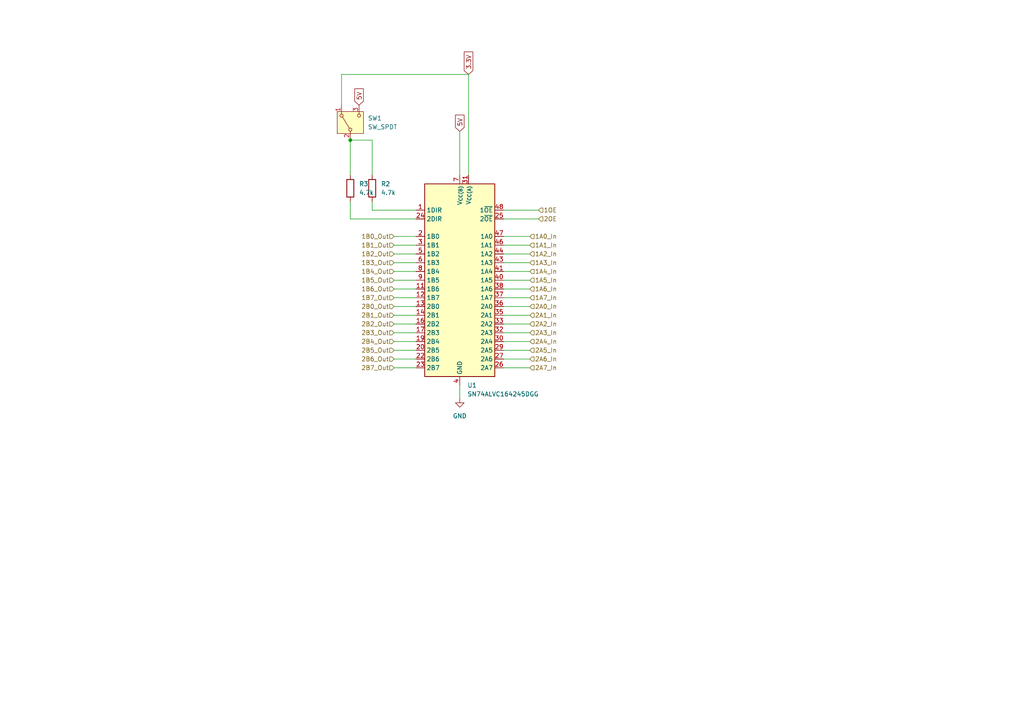
<source format=kicad_sch>
(kicad_sch
	(version 20231120)
	(generator "eeschema")
	(generator_version "8.0")
	(uuid "2a093334-e698-48d7-8435-6cd47fed7a8d")
	(paper "A4")
	(lib_symbols
		(symbol "74xx:SN74ALVC164245DGG"
			(exclude_from_sim no)
			(in_bom yes)
			(on_board yes)
			(property "Reference" "U"
				(at -10.16 29.21 0)
				(effects
					(font
						(size 1.27 1.27)
					)
					(justify left)
				)
			)
			(property "Value" "SN74ALVC164245DGG"
				(at 1.27 -29.21 0)
				(effects
					(font
						(size 1.27 1.27)
					)
					(justify left)
				)
			)
			(property "Footprint" "Package_SO:TSSOP-48_6.1x12.5mm_P0.5mm"
				(at 0 -1.27 0)
				(effects
					(font
						(size 1.27 1.27)
						(italic yes)
					)
					(hide yes)
				)
			)
			(property "Datasheet" "https://www.ti.com/lit/ds/symlink/sn74alvc164245.pdf"
				(at 0 -3.81 0)
				(effects
					(font
						(size 1.27 1.27)
					)
					(hide yes)
				)
			)
			(property "Description" "16-Bit 2.5V to 3.3V or 3.3V to 5V Level-Shifting Transceiver With 3-State Outputs, TSSOP-48"
				(at 0 0 0)
				(effects
					(font
						(size 1.27 1.27)
					)
					(hide yes)
				)
			)
			(property "ki_keywords" "transceiver"
				(at 0 0 0)
				(effects
					(font
						(size 1.27 1.27)
					)
					(hide yes)
				)
			)
			(property "ki_fp_filters" "TSSOP*6.1x12.5mm*P0.5mm*"
				(at 0 0 0)
				(effects
					(font
						(size 1.27 1.27)
					)
					(hide yes)
				)
			)
			(symbol "SN74ALVC164245DGG_0_1"
				(rectangle
					(start -10.16 27.94)
					(end 10.16 -27.94)
					(stroke
						(width 0.254)
						(type default)
					)
					(fill
						(type background)
					)
				)
			)
			(symbol "SN74ALVC164245DGG_1_1"
				(pin input line
					(at -12.7 20.32 0)
					(length 2.54)
					(name "1DIR"
						(effects
							(font
								(size 1.27 1.27)
							)
						)
					)
					(number "1"
						(effects
							(font
								(size 1.27 1.27)
							)
						)
					)
				)
				(pin passive line
					(at 0 -30.48 90)
					(length 2.54) hide
					(name "GND"
						(effects
							(font
								(size 1.27 1.27)
							)
						)
					)
					(number "10"
						(effects
							(font
								(size 1.27 1.27)
							)
						)
					)
				)
				(pin bidirectional line
					(at -12.7 -2.54 0)
					(length 2.54)
					(name "1B6"
						(effects
							(font
								(size 1.27 1.27)
							)
						)
					)
					(number "11"
						(effects
							(font
								(size 1.27 1.27)
							)
						)
					)
				)
				(pin bidirectional line
					(at -12.7 -5.08 0)
					(length 2.54)
					(name "1B7"
						(effects
							(font
								(size 1.27 1.27)
							)
						)
					)
					(number "12"
						(effects
							(font
								(size 1.27 1.27)
							)
						)
					)
				)
				(pin bidirectional line
					(at -12.7 -7.62 0)
					(length 2.54)
					(name "2B0"
						(effects
							(font
								(size 1.27 1.27)
							)
						)
					)
					(number "13"
						(effects
							(font
								(size 1.27 1.27)
							)
						)
					)
				)
				(pin bidirectional line
					(at -12.7 -10.16 0)
					(length 2.54)
					(name "2B1"
						(effects
							(font
								(size 1.27 1.27)
							)
						)
					)
					(number "14"
						(effects
							(font
								(size 1.27 1.27)
							)
						)
					)
				)
				(pin passive line
					(at 0 -30.48 90)
					(length 2.54) hide
					(name "GND"
						(effects
							(font
								(size 1.27 1.27)
							)
						)
					)
					(number "15"
						(effects
							(font
								(size 1.27 1.27)
							)
						)
					)
				)
				(pin bidirectional line
					(at -12.7 -12.7 0)
					(length 2.54)
					(name "2B2"
						(effects
							(font
								(size 1.27 1.27)
							)
						)
					)
					(number "16"
						(effects
							(font
								(size 1.27 1.27)
							)
						)
					)
				)
				(pin bidirectional line
					(at -12.7 -15.24 0)
					(length 2.54)
					(name "2B3"
						(effects
							(font
								(size 1.27 1.27)
							)
						)
					)
					(number "17"
						(effects
							(font
								(size 1.27 1.27)
							)
						)
					)
				)
				(pin passive line
					(at 0 30.48 270)
					(length 2.54) hide
					(name "V_{CC(B)}"
						(effects
							(font
								(size 1.27 1.27)
							)
						)
					)
					(number "18"
						(effects
							(font
								(size 1.27 1.27)
							)
						)
					)
				)
				(pin bidirectional line
					(at -12.7 -17.78 0)
					(length 2.54)
					(name "2B4"
						(effects
							(font
								(size 1.27 1.27)
							)
						)
					)
					(number "19"
						(effects
							(font
								(size 1.27 1.27)
							)
						)
					)
				)
				(pin bidirectional line
					(at -12.7 12.7 0)
					(length 2.54)
					(name "1B0"
						(effects
							(font
								(size 1.27 1.27)
							)
						)
					)
					(number "2"
						(effects
							(font
								(size 1.27 1.27)
							)
						)
					)
				)
				(pin bidirectional line
					(at -12.7 -20.32 0)
					(length 2.54)
					(name "2B5"
						(effects
							(font
								(size 1.27 1.27)
							)
						)
					)
					(number "20"
						(effects
							(font
								(size 1.27 1.27)
							)
						)
					)
				)
				(pin passive line
					(at 0 -30.48 90)
					(length 2.54) hide
					(name "GND"
						(effects
							(font
								(size 1.27 1.27)
							)
						)
					)
					(number "21"
						(effects
							(font
								(size 1.27 1.27)
							)
						)
					)
				)
				(pin bidirectional line
					(at -12.7 -22.86 0)
					(length 2.54)
					(name "2B6"
						(effects
							(font
								(size 1.27 1.27)
							)
						)
					)
					(number "22"
						(effects
							(font
								(size 1.27 1.27)
							)
						)
					)
				)
				(pin bidirectional line
					(at -12.7 -25.4 0)
					(length 2.54)
					(name "2B7"
						(effects
							(font
								(size 1.27 1.27)
							)
						)
					)
					(number "23"
						(effects
							(font
								(size 1.27 1.27)
							)
						)
					)
				)
				(pin input line
					(at -12.7 17.78 0)
					(length 2.54)
					(name "2DIR"
						(effects
							(font
								(size 1.27 1.27)
							)
						)
					)
					(number "24"
						(effects
							(font
								(size 1.27 1.27)
							)
						)
					)
				)
				(pin input line
					(at 12.7 17.78 180)
					(length 2.54)
					(name "2~{OE}"
						(effects
							(font
								(size 1.27 1.27)
							)
						)
					)
					(number "25"
						(effects
							(font
								(size 1.27 1.27)
							)
						)
					)
				)
				(pin bidirectional line
					(at 12.7 -25.4 180)
					(length 2.54)
					(name "2A7"
						(effects
							(font
								(size 1.27 1.27)
							)
						)
					)
					(number "26"
						(effects
							(font
								(size 1.27 1.27)
							)
						)
					)
				)
				(pin bidirectional line
					(at 12.7 -22.86 180)
					(length 2.54)
					(name "2A6"
						(effects
							(font
								(size 1.27 1.27)
							)
						)
					)
					(number "27"
						(effects
							(font
								(size 1.27 1.27)
							)
						)
					)
				)
				(pin passive line
					(at 0 -30.48 90)
					(length 2.54) hide
					(name "GND"
						(effects
							(font
								(size 1.27 1.27)
							)
						)
					)
					(number "28"
						(effects
							(font
								(size 1.27 1.27)
							)
						)
					)
				)
				(pin bidirectional line
					(at 12.7 -20.32 180)
					(length 2.54)
					(name "2A5"
						(effects
							(font
								(size 1.27 1.27)
							)
						)
					)
					(number "29"
						(effects
							(font
								(size 1.27 1.27)
							)
						)
					)
				)
				(pin bidirectional line
					(at -12.7 10.16 0)
					(length 2.54)
					(name "1B1"
						(effects
							(font
								(size 1.27 1.27)
							)
						)
					)
					(number "3"
						(effects
							(font
								(size 1.27 1.27)
							)
						)
					)
				)
				(pin bidirectional line
					(at 12.7 -17.78 180)
					(length 2.54)
					(name "2A4"
						(effects
							(font
								(size 1.27 1.27)
							)
						)
					)
					(number "30"
						(effects
							(font
								(size 1.27 1.27)
							)
						)
					)
				)
				(pin power_in line
					(at 2.54 30.48 270)
					(length 2.54)
					(name "V_{CC(A)}"
						(effects
							(font
								(size 1.27 1.27)
							)
						)
					)
					(number "31"
						(effects
							(font
								(size 1.27 1.27)
							)
						)
					)
				)
				(pin bidirectional line
					(at 12.7 -15.24 180)
					(length 2.54)
					(name "2A3"
						(effects
							(font
								(size 1.27 1.27)
							)
						)
					)
					(number "32"
						(effects
							(font
								(size 1.27 1.27)
							)
						)
					)
				)
				(pin bidirectional line
					(at 12.7 -12.7 180)
					(length 2.54)
					(name "2A2"
						(effects
							(font
								(size 1.27 1.27)
							)
						)
					)
					(number "33"
						(effects
							(font
								(size 1.27 1.27)
							)
						)
					)
				)
				(pin passive line
					(at 0 -30.48 90)
					(length 2.54) hide
					(name "GND"
						(effects
							(font
								(size 1.27 1.27)
							)
						)
					)
					(number "34"
						(effects
							(font
								(size 1.27 1.27)
							)
						)
					)
				)
				(pin bidirectional line
					(at 12.7 -10.16 180)
					(length 2.54)
					(name "2A1"
						(effects
							(font
								(size 1.27 1.27)
							)
						)
					)
					(number "35"
						(effects
							(font
								(size 1.27 1.27)
							)
						)
					)
				)
				(pin bidirectional line
					(at 12.7 -7.62 180)
					(length 2.54)
					(name "2A0"
						(effects
							(font
								(size 1.27 1.27)
							)
						)
					)
					(number "36"
						(effects
							(font
								(size 1.27 1.27)
							)
						)
					)
				)
				(pin bidirectional line
					(at 12.7 -5.08 180)
					(length 2.54)
					(name "1A7"
						(effects
							(font
								(size 1.27 1.27)
							)
						)
					)
					(number "37"
						(effects
							(font
								(size 1.27 1.27)
							)
						)
					)
				)
				(pin bidirectional line
					(at 12.7 -2.54 180)
					(length 2.54)
					(name "1A6"
						(effects
							(font
								(size 1.27 1.27)
							)
						)
					)
					(number "38"
						(effects
							(font
								(size 1.27 1.27)
							)
						)
					)
				)
				(pin passive line
					(at 0 -30.48 90)
					(length 2.54) hide
					(name "GND"
						(effects
							(font
								(size 1.27 1.27)
							)
						)
					)
					(number "39"
						(effects
							(font
								(size 1.27 1.27)
							)
						)
					)
				)
				(pin power_in line
					(at 0 -30.48 90)
					(length 2.54)
					(name "GND"
						(effects
							(font
								(size 1.27 1.27)
							)
						)
					)
					(number "4"
						(effects
							(font
								(size 1.27 1.27)
							)
						)
					)
				)
				(pin bidirectional line
					(at 12.7 0 180)
					(length 2.54)
					(name "1A5"
						(effects
							(font
								(size 1.27 1.27)
							)
						)
					)
					(number "40"
						(effects
							(font
								(size 1.27 1.27)
							)
						)
					)
				)
				(pin bidirectional line
					(at 12.7 2.54 180)
					(length 2.54)
					(name "1A4"
						(effects
							(font
								(size 1.27 1.27)
							)
						)
					)
					(number "41"
						(effects
							(font
								(size 1.27 1.27)
							)
						)
					)
				)
				(pin passive line
					(at 2.54 30.48 270)
					(length 2.54) hide
					(name "V_{CC(A)}"
						(effects
							(font
								(size 1.27 1.27)
							)
						)
					)
					(number "42"
						(effects
							(font
								(size 1.27 1.27)
							)
						)
					)
				)
				(pin bidirectional line
					(at 12.7 5.08 180)
					(length 2.54)
					(name "1A3"
						(effects
							(font
								(size 1.27 1.27)
							)
						)
					)
					(number "43"
						(effects
							(font
								(size 1.27 1.27)
							)
						)
					)
				)
				(pin bidirectional line
					(at 12.7 7.62 180)
					(length 2.54)
					(name "1A2"
						(effects
							(font
								(size 1.27 1.27)
							)
						)
					)
					(number "44"
						(effects
							(font
								(size 1.27 1.27)
							)
						)
					)
				)
				(pin passive line
					(at 0 -30.48 90)
					(length 2.54) hide
					(name "GND"
						(effects
							(font
								(size 1.27 1.27)
							)
						)
					)
					(number "45"
						(effects
							(font
								(size 1.27 1.27)
							)
						)
					)
				)
				(pin bidirectional line
					(at 12.7 10.16 180)
					(length 2.54)
					(name "1A1"
						(effects
							(font
								(size 1.27 1.27)
							)
						)
					)
					(number "46"
						(effects
							(font
								(size 1.27 1.27)
							)
						)
					)
				)
				(pin bidirectional line
					(at 12.7 12.7 180)
					(length 2.54)
					(name "1A0"
						(effects
							(font
								(size 1.27 1.27)
							)
						)
					)
					(number "47"
						(effects
							(font
								(size 1.27 1.27)
							)
						)
					)
				)
				(pin input line
					(at 12.7 20.32 180)
					(length 2.54)
					(name "1~{OE}"
						(effects
							(font
								(size 1.27 1.27)
							)
						)
					)
					(number "48"
						(effects
							(font
								(size 1.27 1.27)
							)
						)
					)
				)
				(pin bidirectional line
					(at -12.7 7.62 0)
					(length 2.54)
					(name "1B2"
						(effects
							(font
								(size 1.27 1.27)
							)
						)
					)
					(number "5"
						(effects
							(font
								(size 1.27 1.27)
							)
						)
					)
				)
				(pin bidirectional line
					(at -12.7 5.08 0)
					(length 2.54)
					(name "1B3"
						(effects
							(font
								(size 1.27 1.27)
							)
						)
					)
					(number "6"
						(effects
							(font
								(size 1.27 1.27)
							)
						)
					)
				)
				(pin power_in line
					(at 0 30.48 270)
					(length 2.54)
					(name "V_{CC(B)}"
						(effects
							(font
								(size 1.27 1.27)
							)
						)
					)
					(number "7"
						(effects
							(font
								(size 1.27 1.27)
							)
						)
					)
				)
				(pin bidirectional line
					(at -12.7 2.54 0)
					(length 2.54)
					(name "1B4"
						(effects
							(font
								(size 1.27 1.27)
							)
						)
					)
					(number "8"
						(effects
							(font
								(size 1.27 1.27)
							)
						)
					)
				)
				(pin bidirectional line
					(at -12.7 0 0)
					(length 2.54)
					(name "1B5"
						(effects
							(font
								(size 1.27 1.27)
							)
						)
					)
					(number "9"
						(effects
							(font
								(size 1.27 1.27)
							)
						)
					)
				)
			)
		)
		(symbol "Device:R"
			(pin_numbers hide)
			(pin_names
				(offset 0)
			)
			(exclude_from_sim no)
			(in_bom yes)
			(on_board yes)
			(property "Reference" "R"
				(at 2.032 0 90)
				(effects
					(font
						(size 1.27 1.27)
					)
				)
			)
			(property "Value" "R"
				(at 0 0 90)
				(effects
					(font
						(size 1.27 1.27)
					)
				)
			)
			(property "Footprint" ""
				(at -1.778 0 90)
				(effects
					(font
						(size 1.27 1.27)
					)
					(hide yes)
				)
			)
			(property "Datasheet" "~"
				(at 0 0 0)
				(effects
					(font
						(size 1.27 1.27)
					)
					(hide yes)
				)
			)
			(property "Description" "Resistor"
				(at 0 0 0)
				(effects
					(font
						(size 1.27 1.27)
					)
					(hide yes)
				)
			)
			(property "ki_keywords" "R res resistor"
				(at 0 0 0)
				(effects
					(font
						(size 1.27 1.27)
					)
					(hide yes)
				)
			)
			(property "ki_fp_filters" "R_*"
				(at 0 0 0)
				(effects
					(font
						(size 1.27 1.27)
					)
					(hide yes)
				)
			)
			(symbol "R_0_1"
				(rectangle
					(start -1.016 -2.54)
					(end 1.016 2.54)
					(stroke
						(width 0.254)
						(type default)
					)
					(fill
						(type none)
					)
				)
			)
			(symbol "R_1_1"
				(pin passive line
					(at 0 3.81 270)
					(length 1.27)
					(name "~"
						(effects
							(font
								(size 1.27 1.27)
							)
						)
					)
					(number "1"
						(effects
							(font
								(size 1.27 1.27)
							)
						)
					)
				)
				(pin passive line
					(at 0 -3.81 90)
					(length 1.27)
					(name "~"
						(effects
							(font
								(size 1.27 1.27)
							)
						)
					)
					(number "2"
						(effects
							(font
								(size 1.27 1.27)
							)
						)
					)
				)
			)
		)
		(symbol "Switch:SW_SPDT"
			(pin_names
				(offset 0) hide)
			(exclude_from_sim no)
			(in_bom yes)
			(on_board yes)
			(property "Reference" "SW"
				(at 0 5.08 0)
				(effects
					(font
						(size 1.27 1.27)
					)
				)
			)
			(property "Value" "SW_SPDT"
				(at 0 -5.08 0)
				(effects
					(font
						(size 1.27 1.27)
					)
				)
			)
			(property "Footprint" ""
				(at 0 0 0)
				(effects
					(font
						(size 1.27 1.27)
					)
					(hide yes)
				)
			)
			(property "Datasheet" "~"
				(at 0 -7.62 0)
				(effects
					(font
						(size 1.27 1.27)
					)
					(hide yes)
				)
			)
			(property "Description" "Switch, single pole double throw"
				(at 0 0 0)
				(effects
					(font
						(size 1.27 1.27)
					)
					(hide yes)
				)
			)
			(property "ki_keywords" "switch single-pole double-throw spdt ON-ON"
				(at 0 0 0)
				(effects
					(font
						(size 1.27 1.27)
					)
					(hide yes)
				)
			)
			(symbol "SW_SPDT_0_1"
				(circle
					(center -2.032 0)
					(radius 0.4572)
					(stroke
						(width 0)
						(type default)
					)
					(fill
						(type none)
					)
				)
				(polyline
					(pts
						(xy -1.651 0.254) (xy 1.651 2.286)
					)
					(stroke
						(width 0)
						(type default)
					)
					(fill
						(type none)
					)
				)
				(circle
					(center 2.032 -2.54)
					(radius 0.4572)
					(stroke
						(width 0)
						(type default)
					)
					(fill
						(type none)
					)
				)
				(circle
					(center 2.032 2.54)
					(radius 0.4572)
					(stroke
						(width 0)
						(type default)
					)
					(fill
						(type none)
					)
				)
			)
			(symbol "SW_SPDT_1_1"
				(rectangle
					(start -3.175 3.81)
					(end 3.175 -3.81)
					(stroke
						(width 0)
						(type default)
					)
					(fill
						(type background)
					)
				)
				(pin passive line
					(at 5.08 2.54 180)
					(length 2.54)
					(name "A"
						(effects
							(font
								(size 1.27 1.27)
							)
						)
					)
					(number "1"
						(effects
							(font
								(size 1.27 1.27)
							)
						)
					)
				)
				(pin passive line
					(at -5.08 0 0)
					(length 2.54)
					(name "B"
						(effects
							(font
								(size 1.27 1.27)
							)
						)
					)
					(number "2"
						(effects
							(font
								(size 1.27 1.27)
							)
						)
					)
				)
				(pin passive line
					(at 5.08 -2.54 180)
					(length 2.54)
					(name "C"
						(effects
							(font
								(size 1.27 1.27)
							)
						)
					)
					(number "3"
						(effects
							(font
								(size 1.27 1.27)
							)
						)
					)
				)
			)
		)
		(symbol "power:GND"
			(power)
			(pin_numbers hide)
			(pin_names
				(offset 0) hide)
			(exclude_from_sim no)
			(in_bom yes)
			(on_board yes)
			(property "Reference" "#PWR"
				(at 0 -6.35 0)
				(effects
					(font
						(size 1.27 1.27)
					)
					(hide yes)
				)
			)
			(property "Value" "GND"
				(at 0 -3.81 0)
				(effects
					(font
						(size 1.27 1.27)
					)
				)
			)
			(property "Footprint" ""
				(at 0 0 0)
				(effects
					(font
						(size 1.27 1.27)
					)
					(hide yes)
				)
			)
			(property "Datasheet" ""
				(at 0 0 0)
				(effects
					(font
						(size 1.27 1.27)
					)
					(hide yes)
				)
			)
			(property "Description" "Power symbol creates a global label with name \"GND\" , ground"
				(at 0 0 0)
				(effects
					(font
						(size 1.27 1.27)
					)
					(hide yes)
				)
			)
			(property "ki_keywords" "global power"
				(at 0 0 0)
				(effects
					(font
						(size 1.27 1.27)
					)
					(hide yes)
				)
			)
			(symbol "GND_0_1"
				(polyline
					(pts
						(xy 0 0) (xy 0 -1.27) (xy 1.27 -1.27) (xy 0 -2.54) (xy -1.27 -1.27) (xy 0 -1.27)
					)
					(stroke
						(width 0)
						(type default)
					)
					(fill
						(type none)
					)
				)
			)
			(symbol "GND_1_1"
				(pin power_in line
					(at 0 0 270)
					(length 0)
					(name "~"
						(effects
							(font
								(size 1.27 1.27)
							)
						)
					)
					(number "1"
						(effects
							(font
								(size 1.27 1.27)
							)
						)
					)
				)
			)
		)
	)
	(junction
		(at 101.6 40.64)
		(diameter 0)
		(color 0 0 0 0)
		(uuid "994585ab-3bf0-4d0f-ad0c-92cd55704652")
	)
	(wire
		(pts
			(xy 146.05 101.6) (xy 153.67 101.6)
		)
		(stroke
			(width 0)
			(type default)
		)
		(uuid "06e6097e-c1ce-4f9c-bdeb-c8b978850fa3")
	)
	(wire
		(pts
			(xy 146.05 73.66) (xy 153.67 73.66)
		)
		(stroke
			(width 0)
			(type default)
		)
		(uuid "0e071cc6-b256-4d0a-97c2-6cf62ba10d29")
	)
	(wire
		(pts
			(xy 114.3 104.14) (xy 120.65 104.14)
		)
		(stroke
			(width 0)
			(type default)
		)
		(uuid "19d97a60-0972-4353-a3df-c9b5abdf62ef")
	)
	(wire
		(pts
			(xy 146.05 63.5) (xy 156.21 63.5)
		)
		(stroke
			(width 0)
			(type default)
		)
		(uuid "294a4a5c-8f94-41b2-8a8a-e46575369c8e")
	)
	(wire
		(pts
			(xy 114.3 83.82) (xy 120.65 83.82)
		)
		(stroke
			(width 0)
			(type default)
		)
		(uuid "2a8df270-6e8b-47c2-9609-e2e8a35c5bd6")
	)
	(wire
		(pts
			(xy 114.3 73.66) (xy 120.65 73.66)
		)
		(stroke
			(width 0)
			(type default)
		)
		(uuid "2f7c8840-f4ca-49a6-9128-a87226851f77")
	)
	(wire
		(pts
			(xy 114.3 68.58) (xy 120.65 68.58)
		)
		(stroke
			(width 0)
			(type default)
		)
		(uuid "34da83b1-78fc-447b-b003-5b4c4c40f157")
	)
	(wire
		(pts
			(xy 133.35 38.1) (xy 133.35 50.8)
		)
		(stroke
			(width 0)
			(type default)
		)
		(uuid "35c55269-9be2-4e54-973c-f2afdfa287ea")
	)
	(wire
		(pts
			(xy 146.05 86.36) (xy 153.67 86.36)
		)
		(stroke
			(width 0)
			(type default)
		)
		(uuid "3858ec32-1b8a-4fa5-8f47-a03cf4be475d")
	)
	(wire
		(pts
			(xy 146.05 93.98) (xy 153.67 93.98)
		)
		(stroke
			(width 0)
			(type default)
		)
		(uuid "3eb0d7d4-b28e-4f68-822d-1a6bd45241ea")
	)
	(wire
		(pts
			(xy 156.21 60.96) (xy 146.05 60.96)
		)
		(stroke
			(width 0)
			(type default)
		)
		(uuid "44d50da1-fbad-4f86-8975-8e0c176470fa")
	)
	(wire
		(pts
			(xy 133.35 111.76) (xy 133.35 115.57)
		)
		(stroke
			(width 0)
			(type default)
		)
		(uuid "48c54dcf-bfba-4739-aa12-8f4ea1b3452c")
	)
	(wire
		(pts
			(xy 99.06 21.59) (xy 135.89 21.59)
		)
		(stroke
			(width 0)
			(type default)
		)
		(uuid "53fe0020-3a4b-4aaa-945a-b2def88cc7aa")
	)
	(wire
		(pts
			(xy 114.3 96.52) (xy 120.65 96.52)
		)
		(stroke
			(width 0)
			(type default)
		)
		(uuid "58ffa66e-e45c-481c-8a48-bd29bdeddfa6")
	)
	(wire
		(pts
			(xy 135.89 21.59) (xy 135.89 50.8)
		)
		(stroke
			(width 0)
			(type default)
		)
		(uuid "5d2c7dde-7f03-494e-b6bb-958366789eaa")
	)
	(wire
		(pts
			(xy 114.3 93.98) (xy 120.65 93.98)
		)
		(stroke
			(width 0)
			(type default)
		)
		(uuid "5eb4514d-856e-4c5b-8473-3974e70f57a2")
	)
	(wire
		(pts
			(xy 101.6 63.5) (xy 101.6 58.42)
		)
		(stroke
			(width 0)
			(type default)
		)
		(uuid "5ecb8e1a-a4b0-4875-9b4f-00f1649b03c1")
	)
	(wire
		(pts
			(xy 114.3 78.74) (xy 120.65 78.74)
		)
		(stroke
			(width 0)
			(type default)
		)
		(uuid "62a85fc5-1bf6-4ad3-b7b9-f1ea60e96b4d")
	)
	(wire
		(pts
			(xy 146.05 88.9) (xy 153.67 88.9)
		)
		(stroke
			(width 0)
			(type default)
		)
		(uuid "663285b0-ce45-4830-88e3-2b19798ec329")
	)
	(wire
		(pts
			(xy 146.05 81.28) (xy 153.67 81.28)
		)
		(stroke
			(width 0)
			(type default)
		)
		(uuid "69b1019b-63f6-456b-a1c7-a40ae33fafef")
	)
	(wire
		(pts
			(xy 101.6 40.64) (xy 101.6 50.8)
		)
		(stroke
			(width 0)
			(type default)
		)
		(uuid "6cab40da-f0ab-477c-9d4c-946a7127ff3a")
	)
	(wire
		(pts
			(xy 114.3 101.6) (xy 120.65 101.6)
		)
		(stroke
			(width 0)
			(type default)
		)
		(uuid "6db51e95-af16-4acb-a50d-5c1b5645cdcd")
	)
	(wire
		(pts
			(xy 146.05 106.68) (xy 153.67 106.68)
		)
		(stroke
			(width 0)
			(type default)
		)
		(uuid "7631bbcd-9366-4845-b224-deb36692da78")
	)
	(wire
		(pts
			(xy 114.3 106.68) (xy 120.65 106.68)
		)
		(stroke
			(width 0)
			(type default)
		)
		(uuid "7866e894-5ae8-4da2-b554-98ac4d5908f7")
	)
	(wire
		(pts
			(xy 107.95 60.96) (xy 107.95 58.42)
		)
		(stroke
			(width 0)
			(type default)
		)
		(uuid "79cacb87-a365-45bb-a677-ccdf955a8597")
	)
	(wire
		(pts
			(xy 146.05 91.44) (xy 153.67 91.44)
		)
		(stroke
			(width 0)
			(type default)
		)
		(uuid "7eec3720-c315-4c89-af73-362f25f50d19")
	)
	(wire
		(pts
			(xy 107.95 50.8) (xy 107.95 40.64)
		)
		(stroke
			(width 0)
			(type default)
		)
		(uuid "8e9c44a0-07d3-4cbd-8527-d44cdf62a582")
	)
	(wire
		(pts
			(xy 107.95 40.64) (xy 101.6 40.64)
		)
		(stroke
			(width 0)
			(type default)
		)
		(uuid "90dc3145-5077-4bcd-90cf-f004f30a70ff")
	)
	(wire
		(pts
			(xy 114.3 76.2) (xy 120.65 76.2)
		)
		(stroke
			(width 0)
			(type default)
		)
		(uuid "911f7a6d-f8c0-4ca4-a047-1af136837a68")
	)
	(wire
		(pts
			(xy 114.3 88.9) (xy 120.65 88.9)
		)
		(stroke
			(width 0)
			(type default)
		)
		(uuid "963efd9e-8e65-4720-a38f-dd645d1a5755")
	)
	(wire
		(pts
			(xy 146.05 78.74) (xy 153.67 78.74)
		)
		(stroke
			(width 0)
			(type default)
		)
		(uuid "97992528-970d-4733-ba3e-cab519d41f7e")
	)
	(wire
		(pts
			(xy 114.3 81.28) (xy 120.65 81.28)
		)
		(stroke
			(width 0)
			(type default)
		)
		(uuid "a49104fb-05bc-4bd1-bac3-458fb5f6e4c2")
	)
	(wire
		(pts
			(xy 114.3 86.36) (xy 120.65 86.36)
		)
		(stroke
			(width 0)
			(type default)
		)
		(uuid "a80121aa-70ce-49cb-804b-3c247b34f4da")
	)
	(wire
		(pts
			(xy 120.65 60.96) (xy 107.95 60.96)
		)
		(stroke
			(width 0)
			(type default)
		)
		(uuid "b25618af-27f2-4f7c-ac6b-02cf17788bb0")
	)
	(wire
		(pts
			(xy 146.05 71.12) (xy 153.67 71.12)
		)
		(stroke
			(width 0)
			(type default)
		)
		(uuid "b25cfe1e-e175-4b82-949e-c1c72cd76ed8")
	)
	(wire
		(pts
			(xy 146.05 104.14) (xy 153.67 104.14)
		)
		(stroke
			(width 0)
			(type default)
		)
		(uuid "b83af22f-b722-4792-9365-c702a40c79ee")
	)
	(wire
		(pts
			(xy 146.05 76.2) (xy 153.67 76.2)
		)
		(stroke
			(width 0)
			(type default)
		)
		(uuid "c334eba8-cf72-4429-9aa3-471a4026b3a1")
	)
	(wire
		(pts
			(xy 114.3 71.12) (xy 120.65 71.12)
		)
		(stroke
			(width 0)
			(type default)
		)
		(uuid "cbfcab74-7f1b-4b56-90df-317d159b3248")
	)
	(wire
		(pts
			(xy 146.05 68.58) (xy 153.67 68.58)
		)
		(stroke
			(width 0)
			(type default)
		)
		(uuid "cc782507-aacf-486d-b082-6a5b06ceaa5b")
	)
	(wire
		(pts
			(xy 146.05 96.52) (xy 153.67 96.52)
		)
		(stroke
			(width 0)
			(type default)
		)
		(uuid "cd779262-f628-4a49-887f-0285be26a66e")
	)
	(wire
		(pts
			(xy 146.05 83.82) (xy 153.67 83.82)
		)
		(stroke
			(width 0)
			(type default)
		)
		(uuid "d784234d-8c72-404a-9b09-2e333b6f48fa")
	)
	(wire
		(pts
			(xy 114.3 99.06) (xy 120.65 99.06)
		)
		(stroke
			(width 0)
			(type default)
		)
		(uuid "da57af9c-b316-4458-92d6-9963e22afe18")
	)
	(wire
		(pts
			(xy 120.65 63.5) (xy 101.6 63.5)
		)
		(stroke
			(width 0)
			(type default)
		)
		(uuid "e26615e8-05a8-4760-8766-09c62cb15326")
	)
	(wire
		(pts
			(xy 146.05 99.06) (xy 153.67 99.06)
		)
		(stroke
			(width 0)
			(type default)
		)
		(uuid "e40952b7-289f-4883-aa46-9efb2e8c6643")
	)
	(wire
		(pts
			(xy 99.06 30.48) (xy 99.06 21.59)
		)
		(stroke
			(width 0)
			(type default)
		)
		(uuid "f2d4fc35-dfd6-41ac-a5d8-dfc2e77ab33c")
	)
	(wire
		(pts
			(xy 114.3 91.44) (xy 120.65 91.44)
		)
		(stroke
			(width 0)
			(type default)
		)
		(uuid "fe9efa04-4f62-424d-9115-c1e77a9c82e1")
	)
	(global_label "5V"
		(shape input)
		(at 104.14 30.48 90)
		(fields_autoplaced yes)
		(effects
			(font
				(size 1.27 1.27)
			)
			(justify left)
		)
		(uuid "0cf5ee76-02b4-48bd-80f6-16f8088d62f3")
		(property "Intersheetrefs" "${INTERSHEET_REFS}"
			(at 104.14 25.1967 90)
			(effects
				(font
					(size 1.27 1.27)
				)
				(justify left)
				(hide yes)
			)
		)
	)
	(global_label "5V"
		(shape input)
		(at 133.35 38.1 90)
		(fields_autoplaced yes)
		(effects
			(font
				(size 1.27 1.27)
			)
			(justify left)
		)
		(uuid "2e3a4bb3-f71b-493a-8508-bb2f3e870dfe")
		(property "Intersheetrefs" "${INTERSHEET_REFS}"
			(at 133.35 32.8167 90)
			(effects
				(font
					(size 1.27 1.27)
				)
				(justify left)
				(hide yes)
			)
		)
	)
	(global_label "3.3V"
		(shape input)
		(at 135.89 21.59 90)
		(fields_autoplaced yes)
		(effects
			(font
				(size 1.27 1.27)
			)
			(justify left)
		)
		(uuid "a906aa69-f8ec-4448-8a3d-2732445f12ca")
		(property "Intersheetrefs" "${INTERSHEET_REFS}"
			(at 135.89 14.4924 90)
			(effects
				(font
					(size 1.27 1.27)
				)
				(justify left)
				(hide yes)
			)
		)
	)
	(hierarchical_label "2B6_Out"
		(shape input)
		(at 114.3 104.14 180)
		(effects
			(font
				(size 1.27 1.27)
			)
			(justify right)
		)
		(uuid "08dc35f4-fd8d-43b2-9314-6df24cdc3c12")
	)
	(hierarchical_label "1B0_Out"
		(shape input)
		(at 114.3 68.58 180)
		(effects
			(font
				(size 1.27 1.27)
			)
			(justify right)
		)
		(uuid "08e6ae4c-7d25-4705-9bc3-1f1c1829e25d")
	)
	(hierarchical_label "1A4_In"
		(shape input)
		(at 153.67 78.74 0)
		(effects
			(font
				(size 1.27 1.27)
			)
			(justify left)
		)
		(uuid "09839318-3817-483e-87a2-d91143e4dd86")
	)
	(hierarchical_label "1A7_In"
		(shape input)
		(at 153.67 86.36 0)
		(effects
			(font
				(size 1.27 1.27)
			)
			(justify left)
		)
		(uuid "1a46fc57-45ee-41a9-8f88-9628a83a1a5f")
	)
	(hierarchical_label "2OE"
		(shape input)
		(at 156.21 63.5 0)
		(effects
			(font
				(size 1.27 1.27)
			)
			(justify left)
		)
		(uuid "254964bd-9cf4-48a7-a2db-1e4895962785")
	)
	(hierarchical_label "1B6_Out"
		(shape input)
		(at 114.3 83.82 180)
		(effects
			(font
				(size 1.27 1.27)
			)
			(justify right)
		)
		(uuid "26126cd0-3d0b-4d7e-a800-cff1f976ea9f")
	)
	(hierarchical_label "1B7_Out"
		(shape input)
		(at 114.3 86.36 180)
		(effects
			(font
				(size 1.27 1.27)
			)
			(justify right)
		)
		(uuid "363edfed-2f8f-425d-a1a3-3a82f60c5ffa")
	)
	(hierarchical_label "1B4_Out"
		(shape input)
		(at 114.3 78.74 180)
		(effects
			(font
				(size 1.27 1.27)
			)
			(justify right)
		)
		(uuid "3ec78be2-5677-4a43-9c62-9ef042d68398")
	)
	(hierarchical_label "2A7_In"
		(shape input)
		(at 153.67 106.68 0)
		(effects
			(font
				(size 1.27 1.27)
			)
			(justify left)
		)
		(uuid "41d38e3e-bb8c-46f2-bb17-2d826fca59e3")
	)
	(hierarchical_label "2A4_In"
		(shape input)
		(at 153.67 99.06 0)
		(effects
			(font
				(size 1.27 1.27)
			)
			(justify left)
		)
		(uuid "4314fa85-73a5-42d3-8f6b-fca2c061e4ee")
	)
	(hierarchical_label "1B1_Out"
		(shape input)
		(at 114.3 71.12 180)
		(effects
			(font
				(size 1.27 1.27)
			)
			(justify right)
		)
		(uuid "48737be9-ee1e-4804-a2ae-5053f4889e8e")
	)
	(hierarchical_label "1A2_In"
		(shape input)
		(at 153.67 73.66 0)
		(effects
			(font
				(size 1.27 1.27)
			)
			(justify left)
		)
		(uuid "4b2f4c03-934c-47d4-b957-bf9ad5962b74")
	)
	(hierarchical_label "2B3_Out"
		(shape input)
		(at 114.3 96.52 180)
		(effects
			(font
				(size 1.27 1.27)
			)
			(justify right)
		)
		(uuid "5d60306f-a557-4083-960f-9fd8a88b63d4")
	)
	(hierarchical_label "1A5_In"
		(shape input)
		(at 153.67 81.28 0)
		(effects
			(font
				(size 1.27 1.27)
			)
			(justify left)
		)
		(uuid "61dd0ecc-3978-4133-bbf0-bcf00aa61716")
	)
	(hierarchical_label "1B2_Out"
		(shape input)
		(at 114.3 73.66 180)
		(effects
			(font
				(size 1.27 1.27)
			)
			(justify right)
		)
		(uuid "668ad648-b9ae-4cc3-9c3f-43de1aebebb6")
	)
	(hierarchical_label "1A0_In"
		(shape input)
		(at 153.67 68.58 0)
		(effects
			(font
				(size 1.27 1.27)
			)
			(justify left)
		)
		(uuid "6bbfc174-dcee-4fa8-8217-e0e6fa2c8512")
	)
	(hierarchical_label "1OE"
		(shape input)
		(at 156.21 60.96 0)
		(effects
			(font
				(size 1.27 1.27)
			)
			(justify left)
		)
		(uuid "70351a1a-3403-413a-904e-8751f120692a")
	)
	(hierarchical_label "2A0_In"
		(shape input)
		(at 153.67 88.9 0)
		(effects
			(font
				(size 1.27 1.27)
			)
			(justify left)
		)
		(uuid "71e19540-9732-4795-9f06-540508bda7a4")
	)
	(hierarchical_label "2B0_Out"
		(shape input)
		(at 114.3 88.9 180)
		(effects
			(font
				(size 1.27 1.27)
			)
			(justify right)
		)
		(uuid "7a5ddae5-907a-40fb-8861-1dcd8b9686af")
	)
	(hierarchical_label "2B5_Out"
		(shape input)
		(at 114.3 101.6 180)
		(effects
			(font
				(size 1.27 1.27)
			)
			(justify right)
		)
		(uuid "899c16fb-688c-4598-b811-a451713c8b9e")
	)
	(hierarchical_label "1A6_In"
		(shape input)
		(at 153.67 83.82 0)
		(effects
			(font
				(size 1.27 1.27)
			)
			(justify left)
		)
		(uuid "901c6f0d-296a-407f-a151-c6d0bfc73cb1")
	)
	(hierarchical_label "2B4_Out"
		(shape input)
		(at 114.3 99.06 180)
		(effects
			(font
				(size 1.27 1.27)
			)
			(justify right)
		)
		(uuid "98d0d06f-b45b-48ef-a87a-1ecb8bc7b686")
	)
	(hierarchical_label "1B3_Out"
		(shape input)
		(at 114.3 76.2 180)
		(effects
			(font
				(size 1.27 1.27)
			)
			(justify right)
		)
		(uuid "a2810d2b-ed23-449b-8fe0-f5b54e043db2")
	)
	(hierarchical_label "2A6_In"
		(shape input)
		(at 153.67 104.14 0)
		(effects
			(font
				(size 1.27 1.27)
			)
			(justify left)
		)
		(uuid "ad0f11ce-ceb3-4d90-b6ae-349d97b3d34c")
	)
	(hierarchical_label "1A3_In"
		(shape input)
		(at 153.67 76.2 0)
		(effects
			(font
				(size 1.27 1.27)
			)
			(justify left)
		)
		(uuid "bc7d2926-a245-480f-917d-3a64a5f49f02")
	)
	(hierarchical_label "2B2_Out"
		(shape input)
		(at 114.3 93.98 180)
		(effects
			(font
				(size 1.27 1.27)
			)
			(justify right)
		)
		(uuid "be6339ed-bd22-4377-b703-5832861f8d6c")
	)
	(hierarchical_label "2A2_In"
		(shape input)
		(at 153.67 93.98 0)
		(effects
			(font
				(size 1.27 1.27)
			)
			(justify left)
		)
		(uuid "c1b1d662-a2eb-48d3-bf4b-12d81ddd4ef5")
	)
	(hierarchical_label "2A5_In"
		(shape input)
		(at 153.67 101.6 0)
		(effects
			(font
				(size 1.27 1.27)
			)
			(justify left)
		)
		(uuid "d1edd0df-d668-4d70-84c1-ec5d0b43b612")
	)
	(hierarchical_label "2B1_Out"
		(shape input)
		(at 114.3 91.44 180)
		(effects
			(font
				(size 1.27 1.27)
			)
			(justify right)
		)
		(uuid "d68f30b4-734f-4bc2-8a82-95d1fa78d7d1")
	)
	(hierarchical_label "2A3_In"
		(shape input)
		(at 153.67 96.52 0)
		(effects
			(font
				(size 1.27 1.27)
			)
			(justify left)
		)
		(uuid "deb43b8b-d223-4539-8c79-0a5b0276edf9")
	)
	(hierarchical_label "2A1_In"
		(shape input)
		(at 153.67 91.44 0)
		(effects
			(font
				(size 1.27 1.27)
			)
			(justify left)
		)
		(uuid "e917a673-0e99-4638-a204-8dac013de27c")
	)
	(hierarchical_label "2B7_Out"
		(shape input)
		(at 114.3 106.68 180)
		(effects
			(font
				(size 1.27 1.27)
			)
			(justify right)
		)
		(uuid "fa66bc7d-dbcc-4613-907e-d0b7837176e2")
	)
	(hierarchical_label "1A1_In"
		(shape input)
		(at 153.67 71.12 0)
		(effects
			(font
				(size 1.27 1.27)
			)
			(justify left)
		)
		(uuid "fd8ed70b-d176-46b1-940b-2c9dbf91da15")
	)
	(hierarchical_label "1B5_Out"
		(shape input)
		(at 114.3 81.28 180)
		(effects
			(font
				(size 1.27 1.27)
			)
			(justify right)
		)
		(uuid "ffe7be69-95de-4370-bec9-4065bd276036")
	)
	(symbol
		(lib_id "Device:R")
		(at 107.95 54.61 180)
		(unit 1)
		(exclude_from_sim no)
		(in_bom yes)
		(on_board yes)
		(dnp no)
		(fields_autoplaced yes)
		(uuid "09e07373-7d11-43e2-836d-cac061185e00")
		(property "Reference" "R2"
			(at 110.49 53.3399 0)
			(effects
				(font
					(size 1.27 1.27)
				)
				(justify right)
			)
		)
		(property "Value" "4.7k"
			(at 110.49 55.8799 0)
			(effects
				(font
					(size 1.27 1.27)
				)
				(justify right)
			)
		)
		(property "Footprint" "Resistor_SMD:R_0402_1005Metric"
			(at 109.728 54.61 90)
			(effects
				(font
					(size 1.27 1.27)
				)
				(hide yes)
			)
		)
		(property "Datasheet" "~"
			(at 107.95 54.61 0)
			(effects
				(font
					(size 1.27 1.27)
				)
				(hide yes)
			)
		)
		(property "Description" "Resistor"
			(at 107.95 54.61 0)
			(effects
				(font
					(size 1.27 1.27)
				)
				(hide yes)
			)
		)
		(pin "1"
			(uuid "930d46da-2273-4f6b-9249-99f8644961e6")
		)
		(pin "2"
			(uuid "56f35091-730e-485f-a5c2-447b6f6045d4")
		)
		(instances
			(project "starttech_valves_PCB"
				(path "/27d2bf7f-c489-4213-967e-cce53c98971e/58a2555e-7ade-4e93-8eda-f3f08eebea36"
					(reference "R2")
					(unit 1)
				)
			)
		)
	)
	(symbol
		(lib_id "power:GND")
		(at 133.35 115.57 0)
		(unit 1)
		(exclude_from_sim no)
		(in_bom yes)
		(on_board yes)
		(dnp no)
		(fields_autoplaced yes)
		(uuid "5d869de3-2ea4-4e03-8902-5b031373b254")
		(property "Reference" "#PWR01"
			(at 133.35 121.92 0)
			(effects
				(font
					(size 1.27 1.27)
				)
				(hide yes)
			)
		)
		(property "Value" "GND"
			(at 133.35 120.65 0)
			(effects
				(font
					(size 1.27 1.27)
				)
			)
		)
		(property "Footprint" ""
			(at 133.35 115.57 0)
			(effects
				(font
					(size 1.27 1.27)
				)
				(hide yes)
			)
		)
		(property "Datasheet" ""
			(at 133.35 115.57 0)
			(effects
				(font
					(size 1.27 1.27)
				)
				(hide yes)
			)
		)
		(property "Description" "Power symbol creates a global label with name \"GND\" , ground"
			(at 133.35 115.57 0)
			(effects
				(font
					(size 1.27 1.27)
				)
				(hide yes)
			)
		)
		(pin "1"
			(uuid "54d61efa-b5dc-4090-974a-e6b1cbe91b70")
		)
		(instances
			(project ""
				(path "/27d2bf7f-c489-4213-967e-cce53c98971e/58a2555e-7ade-4e93-8eda-f3f08eebea36"
					(reference "#PWR01")
					(unit 1)
				)
			)
		)
	)
	(symbol
		(lib_id "74xx:SN74ALVC164245DGG")
		(at 133.35 81.28 0)
		(unit 1)
		(exclude_from_sim no)
		(in_bom yes)
		(on_board yes)
		(dnp no)
		(fields_autoplaced yes)
		(uuid "aa12fd8b-5a89-4749-ae90-dc10df517bc4")
		(property "Reference" "U1"
			(at 135.5441 111.76 0)
			(effects
				(font
					(size 1.27 1.27)
				)
				(justify left)
			)
		)
		(property "Value" "SN74ALVC164245DGG"
			(at 135.5441 114.3 0)
			(effects
				(font
					(size 1.27 1.27)
				)
				(justify left)
			)
		)
		(property "Footprint" "Package_SO:TSSOP-48_6.1x12.5mm_P0.5mm"
			(at 133.35 82.55 0)
			(effects
				(font
					(size 1.27 1.27)
					(italic yes)
				)
				(hide yes)
			)
		)
		(property "Datasheet" "https://www.ti.com/lit/ds/symlink/sn74alvc164245.pdf"
			(at 133.35 85.09 0)
			(effects
				(font
					(size 1.27 1.27)
				)
				(hide yes)
			)
		)
		(property "Description" "16-Bit 2.5V to 3.3V or 3.3V to 5V Level-Shifting Transceiver With 3-State Outputs, TSSOP-48"
			(at 133.35 81.28 0)
			(effects
				(font
					(size 1.27 1.27)
				)
				(hide yes)
			)
		)
		(pin "11"
			(uuid "4d77679e-e69e-4f20-8bef-4eaccb303cf9")
		)
		(pin "40"
			(uuid "a3806e15-30ba-4de3-a8cd-db19c337d920")
		)
		(pin "42"
			(uuid "1015d376-c338-4262-b5e1-53cf429e2f90")
		)
		(pin "10"
			(uuid "0f5f4e85-0d90-45fa-8028-f05c03992328")
		)
		(pin "3"
			(uuid "5593bde2-07db-444d-a4fd-c4ffb7c488b8")
		)
		(pin "21"
			(uuid "5e3bcef5-08c2-4735-b200-aa911f2d50b5")
		)
		(pin "14"
			(uuid "3f98b89b-967f-4f18-a8a4-1b0bd89d82da")
		)
		(pin "1"
			(uuid "9ea3f4c9-7768-4ec1-89b7-01d0e79a858a")
		)
		(pin "19"
			(uuid "c95fd512-e08a-4578-aa8c-5f83386e17fc")
		)
		(pin "36"
			(uuid "233847ec-9314-489e-a668-2adbd4d24dfb")
		)
		(pin "38"
			(uuid "11336cc1-c441-4535-9f23-451a27bf16ae")
		)
		(pin "27"
			(uuid "11773b91-c90a-4a12-beee-00d290f59312")
		)
		(pin "12"
			(uuid "ac873d3b-e68e-4f1e-882c-90bca725a3f1")
		)
		(pin "23"
			(uuid "9a9cbef3-60b3-4bfa-b038-7f412560cf53")
		)
		(pin "16"
			(uuid "2536aa7f-b7f1-4845-8ca7-fa6614cec308")
		)
		(pin "13"
			(uuid "41d8baf1-af7b-43bb-9ad7-dce9a1cb7260")
		)
		(pin "17"
			(uuid "2226db2a-16ba-4e16-bcec-6243e2df2702")
		)
		(pin "20"
			(uuid "59d1ee67-032b-48b9-88d1-e824aee3722e")
		)
		(pin "22"
			(uuid "740f989e-8cba-4e8c-8c69-0fc43d219129")
		)
		(pin "15"
			(uuid "75abb604-c4a2-42dd-acda-e73ccb7d06bf")
		)
		(pin "24"
			(uuid "d01d3a5d-ebf7-4c17-8f23-a740aab92690")
		)
		(pin "28"
			(uuid "b5b44775-f53c-406d-8b96-f62456e198a8")
		)
		(pin "2"
			(uuid "ab87dcfe-ce3f-4a52-98c5-b5e0f45f1a23")
		)
		(pin "32"
			(uuid "14772fb1-7978-4688-80af-8615f24ab0e2")
		)
		(pin "26"
			(uuid "0d1428d3-0805-4731-acaa-3507a3794a9f")
		)
		(pin "33"
			(uuid "4d3d3f8a-cd6f-4da9-8845-4cea6dd4006e")
		)
		(pin "29"
			(uuid "e6d021eb-9e04-4f65-b41b-5c16a607074c")
		)
		(pin "34"
			(uuid "adf98f74-424a-447e-9c59-618f74483731")
		)
		(pin "39"
			(uuid "b0901c94-635f-4ca3-8416-ae53e408ac7b")
		)
		(pin "4"
			(uuid "c4d814ae-dac9-4aa5-9d8e-7853be4f10d9")
		)
		(pin "25"
			(uuid "81793c4a-e145-49b2-a67c-9830440e0f31")
		)
		(pin "18"
			(uuid "855d66ef-4f0c-44f0-be96-e8adf2017f9d")
		)
		(pin "30"
			(uuid "23b981c0-ff8f-4dd3-8759-fff313fe2b6b")
		)
		(pin "31"
			(uuid "85c1d2e7-1f70-4ca1-9ceb-e850ec31f4ae")
		)
		(pin "35"
			(uuid "17296d08-7253-4461-9c8d-24b60346941e")
		)
		(pin "37"
			(uuid "b458ddf3-e606-47ac-a703-fa5aa1e51805")
		)
		(pin "41"
			(uuid "9927ba7f-e91b-47ac-af34-cbc2d7293f6a")
		)
		(pin "45"
			(uuid "da899d1d-7520-4823-80db-31a17bbfd9b8")
		)
		(pin "46"
			(uuid "73976e0e-a7ea-485d-9aaf-a032a28a8d2f")
		)
		(pin "48"
			(uuid "f1d11a4e-1815-4af7-a0d0-3df13d5fb6fd")
		)
		(pin "44"
			(uuid "859e1ad2-8220-42eb-b3d5-028ebdcac5d0")
		)
		(pin "5"
			(uuid "53afc58b-8f8e-4f19-9044-5cd10a497494")
		)
		(pin "6"
			(uuid "f75e9338-bb41-4480-bb1d-0b8bb3a2688c")
		)
		(pin "47"
			(uuid "0d91b1d5-2725-4aaa-83f7-28f5e0908390")
		)
		(pin "43"
			(uuid "339cdb66-c804-47d9-8d2a-87476276ea13")
		)
		(pin "7"
			(uuid "3b0a1261-6751-4ae1-baf0-1171957184a3")
		)
		(pin "8"
			(uuid "24b95aa3-4e68-40fa-9625-5dd53a9cfc55")
		)
		(pin "9"
			(uuid "545eaa9b-9a37-499b-8eec-611397b6a7cd")
		)
		(instances
			(project ""
				(path "/27d2bf7f-c489-4213-967e-cce53c98971e/58a2555e-7ade-4e93-8eda-f3f08eebea36"
					(reference "U1")
					(unit 1)
				)
			)
		)
	)
	(symbol
		(lib_id "Switch:SW_SPDT")
		(at 101.6 35.56 90)
		(unit 1)
		(exclude_from_sim no)
		(in_bom yes)
		(on_board yes)
		(dnp no)
		(fields_autoplaced yes)
		(uuid "d2612b98-fd20-4635-8cae-700e40565d4a")
		(property "Reference" "SW1"
			(at 106.68 34.2899 90)
			(effects
				(font
					(size 1.27 1.27)
				)
				(justify right)
			)
		)
		(property "Value" "SW_SPDT"
			(at 106.68 36.8299 90)
			(effects
				(font
					(size 1.27 1.27)
				)
				(justify right)
			)
		)
		(property "Footprint" "Button_Switch_THT:SW_Slide_SPDT_Straight_CK_OS102011MS2Q"
			(at 101.6 35.56 0)
			(effects
				(font
					(size 1.27 1.27)
				)
				(hide yes)
			)
		)
		(property "Datasheet" "~"
			(at 109.22 35.56 0)
			(effects
				(font
					(size 1.27 1.27)
				)
				(hide yes)
			)
		)
		(property "Description" "Switch, single pole double throw"
			(at 101.6 35.56 0)
			(effects
				(font
					(size 1.27 1.27)
				)
				(hide yes)
			)
		)
		(pin "1"
			(uuid "a8208afd-aee1-4fa2-944d-81b39dd85024")
		)
		(pin "3"
			(uuid "24dcdabc-7ad8-4179-a14f-79721c2da462")
		)
		(pin "2"
			(uuid "86384d2c-3575-40c5-a4fb-211a81dba34c")
		)
		(instances
			(project ""
				(path "/27d2bf7f-c489-4213-967e-cce53c98971e/58a2555e-7ade-4e93-8eda-f3f08eebea36"
					(reference "SW1")
					(unit 1)
				)
			)
		)
	)
	(symbol
		(lib_id "Device:R")
		(at 101.6 54.61 0)
		(unit 1)
		(exclude_from_sim no)
		(in_bom yes)
		(on_board yes)
		(dnp no)
		(fields_autoplaced yes)
		(uuid "deeaa1b7-a010-4721-bfa9-25adf7e8f530")
		(property "Reference" "R3"
			(at 104.14 53.3399 0)
			(effects
				(font
					(size 1.27 1.27)
				)
				(justify left)
			)
		)
		(property "Value" "4.7k"
			(at 104.14 55.8799 0)
			(effects
				(font
					(size 1.27 1.27)
				)
				(justify left)
			)
		)
		(property "Footprint" "Resistor_SMD:R_0402_1005Metric"
			(at 99.822 54.61 90)
			(effects
				(font
					(size 1.27 1.27)
				)
				(hide yes)
			)
		)
		(property "Datasheet" "~"
			(at 101.6 54.61 0)
			(effects
				(font
					(size 1.27 1.27)
				)
				(hide yes)
			)
		)
		(property "Description" "Resistor"
			(at 101.6 54.61 0)
			(effects
				(font
					(size 1.27 1.27)
				)
				(hide yes)
			)
		)
		(pin "1"
			(uuid "ed4d88a5-61b9-4c3d-9d1d-7c3c39b3ebb3")
		)
		(pin "2"
			(uuid "d9ba1b90-eb23-448a-b871-66110aae735a")
		)
		(instances
			(project "starttech_valves_PCB"
				(path "/27d2bf7f-c489-4213-967e-cce53c98971e/58a2555e-7ade-4e93-8eda-f3f08eebea36"
					(reference "R3")
					(unit 1)
				)
			)
		)
	)
)

</source>
